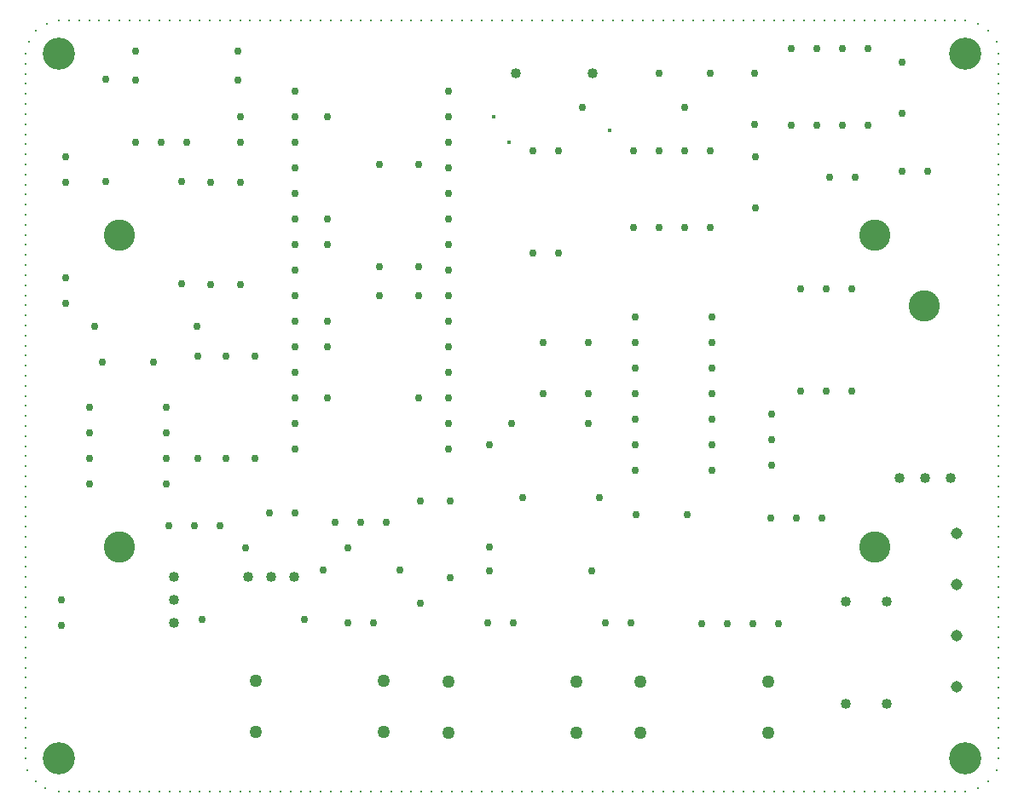
<source format=gbr>
G04 PROTEUS GERBER X2 FILE*
%TF.GenerationSoftware,Labcenter,Proteus,8.15-SP1-Build34318*%
%TF.CreationDate,2024-05-31T17:08:22+00:00*%
%TF.FileFunction,Plated,1,2,PTH*%
%TF.FilePolarity,Positive*%
%TF.Part,Single*%
%TF.SameCoordinates,{d94dc138-55aa-45cc-9808-558e63c1a8c6}*%
%FSLAX45Y45*%
%MOMM*%
G01*
%TA.AperFunction,ViaDrill*%
%ADD50C,0.381000*%
%TA.AperFunction,ComponentDrill*%
%ADD51C,0.762000*%
%TA.AperFunction,ComponentDrill*%
%ADD52C,1.270000*%
%ADD53C,1.143000*%
%TA.AperFunction,ComponentDrill*%
%ADD54C,1.016000*%
%TA.AperFunction,ViaDrill*%
%ADD55C,3.100000*%
%TA.AperFunction,OtherDrill,Unknown*%
%ADD56C,3.200000*%
%ADD57C,3.100000*%
%ADD58C,0.254000*%
%TD.AperFunction*%
D50*
X+5469280Y-759460D03*
X+4469610Y-882387D03*
X+4313580Y-622300D03*
D51*
X+2341090Y-369307D03*
X+2341090Y-623307D03*
X+2341090Y-877307D03*
X+2341090Y-1131307D03*
X+2341090Y-1385307D03*
X+2341090Y-1639307D03*
X+2341090Y-1893307D03*
X+2341090Y-2147307D03*
X+2341090Y-2401307D03*
X+2341090Y-2655307D03*
X+2341090Y-2909307D03*
X+2341090Y-3163307D03*
X+2341090Y-3417307D03*
X+2341090Y-3671307D03*
X+2341090Y-3925307D03*
X+3865090Y-3925307D03*
X+3865090Y-3671307D03*
X+3865090Y-3417307D03*
X+3865090Y-3163307D03*
X+3865090Y-2909307D03*
X+3865090Y-2655307D03*
X+3865090Y-2401307D03*
X+3865090Y-2147307D03*
X+3865090Y-1893307D03*
X+3865090Y-1639307D03*
X+3865090Y-1385307D03*
X+3865090Y-1131307D03*
X+3865090Y-877307D03*
X+3865090Y-623307D03*
X+3865090Y-369307D03*
D52*
X+1956980Y-6742866D03*
X+1956980Y-6234866D03*
X+3226980Y-6742866D03*
X+3226980Y-6234866D03*
X+3867060Y-6744163D03*
X+3867060Y-6236163D03*
X+5137060Y-6744163D03*
X+5137060Y-6236163D03*
X+5777140Y-6744163D03*
X+5777140Y-6236163D03*
X+7047140Y-6744163D03*
X+7047140Y-6236163D03*
D51*
X+2873000Y-5656543D03*
X+3127000Y-5656543D03*
X+4257300Y-5656543D03*
X+4511300Y-5656543D03*
X+5423160Y-5659083D03*
X+5677160Y-5659083D03*
X+2627360Y-5133680D03*
X+3389360Y-5133680D03*
X+3884320Y-4442460D03*
X+3884320Y-5204460D03*
X+4276016Y-4905959D03*
X+4276016Y-3889959D03*
X+3589940Y-4448623D03*
X+3589940Y-5464623D03*
X+4275857Y-5137680D03*
X+5291857Y-5137680D03*
X+1802610Y-877767D03*
X+1802610Y-623767D03*
X+1802610Y-1276547D03*
X+1802610Y-2292547D03*
X+1217660Y-2288880D03*
X+1217660Y-1272880D03*
X+468360Y-257610D03*
X+468360Y-1273610D03*
X+67790Y-2483047D03*
X+67790Y-2229047D03*
X+66700Y-1275080D03*
X+66700Y-1021080D03*
X+6382129Y-5660136D03*
X+6636129Y-5660136D03*
X+6890129Y-5660136D03*
X+7144129Y-5660136D03*
X+5367680Y-4406900D03*
X+4605680Y-4406900D03*
X+4491380Y-3672840D03*
X+5253380Y-3672840D03*
X+2744000Y-4655680D03*
X+2998000Y-4655680D03*
X+3252000Y-4655680D03*
X+3182620Y-2402840D03*
X+2663709Y-3421260D03*
X+28200Y-5424203D03*
X+28200Y-5678203D03*
X+1601840Y-4692197D03*
X+1347840Y-4692197D03*
X+1093840Y-4692197D03*
X+2440280Y-5624920D03*
X+1424280Y-5624920D03*
X+3569700Y-2402840D03*
X+3569700Y-3418840D03*
X+1857120Y-4908337D03*
X+2873120Y-4908337D03*
X+3185160Y-2115820D03*
X+3185160Y-1099820D03*
X+3569237Y-1099820D03*
X+3569237Y-2115820D03*
X+7276210Y-709007D03*
X+7530210Y-709007D03*
X+7784210Y-709007D03*
X+8038210Y-709007D03*
X+8038210Y+52993D03*
X+7784210Y+52993D03*
X+7530210Y+52993D03*
X+7276210Y+52993D03*
X+6910750Y-702007D03*
X+6910750Y-194007D03*
X+8624150Y-1166940D03*
X+8370150Y-1166940D03*
X+7655676Y-1223827D03*
X+7909676Y-1223827D03*
X+8370150Y-86753D03*
X+8370150Y-594753D03*
D53*
X+8917800Y-4767360D03*
X+8917800Y-5275360D03*
X+8917800Y-5783360D03*
X+8917800Y-6291360D03*
D54*
X+8220000Y-6460000D03*
X+8220000Y-5444000D03*
X+7810000Y-5444000D03*
X+7810000Y-6460000D03*
X+8344870Y-4215307D03*
X+8598870Y-4215307D03*
X+8852870Y-4215307D03*
D55*
X+8594870Y-2505307D03*
D51*
X+7579750Y-4612373D03*
X+7325750Y-4612373D03*
X+7071750Y-4612373D03*
X+7620810Y-3349307D03*
X+7620810Y-2333307D03*
X+7874810Y-3349307D03*
X+7874810Y-2333307D03*
X+7076270Y-4086427D03*
X+7076270Y-3832427D03*
X+7076270Y-3578427D03*
X+7366810Y-2333307D03*
X+7366810Y-3349307D03*
X+6483310Y-4140447D03*
X+6483310Y-3886447D03*
X+6483310Y-3632447D03*
X+6483310Y-3378447D03*
X+6483310Y-3124447D03*
X+6483310Y-2870447D03*
X+6483310Y-2616447D03*
X+5721310Y-2616447D03*
X+5721310Y-2870447D03*
X+5721310Y-3124447D03*
X+5721310Y-3378447D03*
X+5721310Y-3632447D03*
X+5721310Y-3886447D03*
X+5721310Y-4140447D03*
X+5709890Y-1730227D03*
X+5963890Y-1730227D03*
X+6217890Y-1730227D03*
X+6471890Y-1730227D03*
X+6471890Y-968227D03*
X+6217890Y-968227D03*
X+5963890Y-968227D03*
X+5709890Y-968227D03*
X+301990Y-3512047D03*
X+301990Y-3766047D03*
X+301990Y-4020047D03*
X+301990Y-4274047D03*
X+1063990Y-4274047D03*
X+1063990Y-4020047D03*
X+1063990Y-3766047D03*
X+1063990Y-3512047D03*
X+6913850Y-1529567D03*
X+6913850Y-1021567D03*
X+6470953Y-195410D03*
X+5962953Y-195410D03*
X+6236930Y-4577327D03*
X+5728930Y-4577327D03*
X+428990Y-3067547D03*
X+936990Y-3067547D03*
X+4963410Y-1981187D03*
X+4963410Y-965187D03*
X+4706590Y-968227D03*
X+4706590Y-1984227D03*
X+5201890Y-536427D03*
X+6217890Y-536427D03*
X+1374110Y-2705587D03*
X+358110Y-2705587D03*
X+1375370Y-3005067D03*
X+1375370Y-4021067D03*
X+1662150Y-3006347D03*
X+1662150Y-4022347D03*
X+1946630Y-3003807D03*
X+1946630Y-4019807D03*
X+5259030Y-3378447D03*
X+5259030Y-2870447D03*
X+4804370Y-3378447D03*
X+4804370Y-2870447D03*
D56*
X+0Y-7000000D03*
X+0Y+0D03*
X+9000000Y+0D03*
X+9000000Y-7000000D03*
D57*
X+600000Y-4900000D03*
X+600000Y-1800000D03*
X+8100000Y-4900000D03*
X+8100000Y-1800000D03*
D58*
X+600000Y+330000D03*
X+700000Y+330000D03*
X+800000Y+330000D03*
X+900000Y+330000D03*
X+1000000Y+330000D03*
X+1100000Y+330000D03*
X+1200000Y+330000D03*
X+1300000Y+330000D03*
X+1400000Y+330000D03*
X+1500000Y+330000D03*
X+1600000Y+330000D03*
X+1700000Y+330000D03*
X+1800000Y+330000D03*
X+1900000Y+330000D03*
X+2000000Y+330000D03*
X+2100000Y+330000D03*
X+2200000Y+330000D03*
X+2300000Y+330000D03*
X+2400000Y+330000D03*
X+2500000Y+330000D03*
X+2600000Y+330000D03*
X+2700000Y+330000D03*
X+2800000Y+330000D03*
X+2900000Y+330000D03*
X+3000000Y+330000D03*
X+3100000Y+330000D03*
X+3200000Y+330000D03*
X+3300000Y+330000D03*
X+3400000Y+330000D03*
X+3500000Y+330000D03*
X+3600000Y+330000D03*
X+3700000Y+330000D03*
X+3800000Y+330000D03*
X+3900000Y+330000D03*
X+4000000Y+330000D03*
X+4100000Y+330000D03*
X+4200000Y+330000D03*
X+4300000Y+330000D03*
X+4400000Y+330000D03*
X+4500000Y+330000D03*
X+4600000Y+330000D03*
X+4700000Y+330000D03*
X+4800000Y+330000D03*
X+4900000Y+330000D03*
X+5000000Y+330000D03*
X+5100000Y+330000D03*
X+5200000Y+330000D03*
X+5300000Y+330000D03*
X+5400000Y+330000D03*
X+5500000Y+330000D03*
X+5600000Y+330000D03*
X+5700000Y+330000D03*
X+5800000Y+330000D03*
X+5900000Y+330000D03*
X+6000000Y+330000D03*
X+6100000Y+330000D03*
X+6200000Y+330000D03*
X+6300000Y+330000D03*
X+6400000Y+330000D03*
X+6500000Y+330000D03*
X+6600000Y+330000D03*
X+6700000Y+330000D03*
X+6800000Y+330000D03*
X+6900000Y+330000D03*
X+7000000Y+330000D03*
X+7100000Y+330000D03*
X+7200000Y+330000D03*
X+7300000Y+330000D03*
X+7400000Y+330000D03*
X+7500000Y+330000D03*
X+7600000Y+330000D03*
X+7700000Y+330000D03*
X+7800000Y+330000D03*
X+7900000Y+330000D03*
X+8000000Y+330000D03*
X+8100000Y+330000D03*
X+8200000Y+330000D03*
X+8300000Y+330000D03*
X+8400000Y+330000D03*
X+8500000Y+330000D03*
X+8600000Y+330000D03*
X+8700000Y+330000D03*
X+8800000Y+330000D03*
X+8900000Y+330000D03*
X+9000000Y+330000D03*
X-330000Y+0D03*
X-330000Y-100000D03*
X-330000Y-200000D03*
X-330000Y-300000D03*
X-330000Y-400000D03*
X-330000Y-500000D03*
X-330000Y-600000D03*
X-330000Y-700000D03*
X-330000Y-800000D03*
X-330000Y-900000D03*
X-330000Y-1000000D03*
X-330000Y-1100000D03*
X-330000Y-1200000D03*
X-330000Y-1300000D03*
X-330000Y-1400000D03*
X-330000Y-1500000D03*
X-330000Y-1600000D03*
X-330000Y-1700000D03*
X-330000Y-1800000D03*
X-330000Y-1900000D03*
X-330000Y-2000000D03*
X-330000Y-2100000D03*
X-330000Y-2200000D03*
X-330000Y-2300000D03*
X-330000Y-2400000D03*
X-330000Y-2500000D03*
X-330000Y-2600000D03*
X-330000Y-2700000D03*
X-330000Y-2800000D03*
X-330000Y-2900000D03*
X-330000Y-3000000D03*
X-330000Y-3100000D03*
X-330000Y-3200000D03*
X-330000Y-3300000D03*
X-330000Y-3400000D03*
X-330000Y-3500000D03*
X-330000Y-3600000D03*
X-330000Y-3700000D03*
X-330000Y-3800000D03*
X-330000Y-3900000D03*
X-330000Y-4000000D03*
X-330000Y-4100000D03*
X-330000Y-4200000D03*
X-330000Y-4300000D03*
X-330000Y-4400000D03*
X-330000Y-4500000D03*
X-330000Y-4600000D03*
X-330000Y-4700000D03*
X-330000Y-4800000D03*
X-330000Y-4900000D03*
X-330000Y-5000000D03*
X-330000Y-5100000D03*
X-330000Y-5200000D03*
X-330000Y-5300000D03*
X-330000Y-5400000D03*
X-330000Y-5500000D03*
X-330000Y-5600000D03*
X-330000Y-5700000D03*
X-330000Y-5800000D03*
X-330000Y-5900000D03*
X-330000Y-6000000D03*
X-330000Y-6100000D03*
X-330000Y-7000000D03*
X+500000Y-7330000D03*
X+600000Y-7330000D03*
X+700000Y-7330000D03*
X+800000Y-7330000D03*
X+900000Y-7330000D03*
X+7300000Y-7330000D03*
X+7400000Y-7330000D03*
X+7500000Y-7330000D03*
X+7600000Y-7330000D03*
X+7700000Y-7330000D03*
X+7800000Y-7330000D03*
X+7900000Y-7330000D03*
X+8000000Y-7330000D03*
X+8100000Y-7330000D03*
X+8200000Y-7330000D03*
X+8300000Y-7330000D03*
X+8400000Y-7330000D03*
X+8500000Y-7330000D03*
X+8600000Y-7330000D03*
X+8700000Y-7330000D03*
X+8800000Y-7330000D03*
X+8900000Y-7330000D03*
X+9000000Y-7330000D03*
X+9330000Y-7000000D03*
X+9330000Y-6100000D03*
X+9330000Y-6000000D03*
X+9330000Y-5900000D03*
X+9330000Y-5800000D03*
X+9330000Y-5700000D03*
X+9330000Y-5600000D03*
X+9330000Y-5500000D03*
X+9330000Y-5400000D03*
X+9330000Y-5300000D03*
X+9330000Y-5200000D03*
X+9330000Y-5100000D03*
X+9330000Y-5000000D03*
X+9330000Y-4900000D03*
X+9330000Y-4800000D03*
X+9330000Y-4700000D03*
X+9330000Y-4600000D03*
X+9330000Y-4500000D03*
X+9330000Y-4400000D03*
X+9330000Y-4300000D03*
X+9330000Y-4200000D03*
X+9330000Y-4100000D03*
X+9330000Y-4000000D03*
X+9330000Y-3900000D03*
X+9330000Y-3800000D03*
X+9330000Y-3700000D03*
X+9330000Y-3600000D03*
X+9330000Y-3500000D03*
X+9330000Y-3400000D03*
X+9330000Y-3300000D03*
X+9330000Y-3200000D03*
X+9330000Y-3100000D03*
X+9330000Y-3000000D03*
X+9330000Y-2900000D03*
X+9330000Y-2800000D03*
X+9330000Y-2700000D03*
X+9330000Y-2600000D03*
X+9330000Y-2500000D03*
X+9330000Y-2400000D03*
X+9330000Y-2300000D03*
X+9330000Y-2200000D03*
X+9330000Y-2100000D03*
X+9330000Y-2000000D03*
X+9330000Y-1900000D03*
X+9330000Y-1800000D03*
X+9330000Y-1700000D03*
X+9330000Y-1600000D03*
X+9330000Y-1500000D03*
X+9330000Y-1400000D03*
X+9330000Y-1300000D03*
X+9330000Y-1200000D03*
X+9330000Y-1100000D03*
X+9330000Y-1000000D03*
X+9330000Y-900000D03*
X+9330000Y-800000D03*
X+9330000Y-700000D03*
X+9330000Y-600000D03*
X+9330000Y-500000D03*
X+9330000Y-400000D03*
X+9330000Y-300000D03*
X+9330000Y-200000D03*
X+9330000Y-100000D03*
X+9330000Y+0D03*
X-230000Y+230000D03*
X-120000Y+300000D03*
X-300000Y+120000D03*
X-230000Y-7230000D03*
X-310000Y-7120000D03*
X-140000Y-7300000D03*
X+9230000Y-7230000D03*
X+9310000Y-7120000D03*
X+9130000Y-7300000D03*
X+9230000Y+230000D03*
X+9130000Y+300000D03*
X+9310000Y+120000D03*
X+1000000Y-7330000D03*
X+1100000Y-7330000D03*
X+1200000Y-7330000D03*
X+1300000Y-7330000D03*
X+1400000Y-7330000D03*
X+1500000Y-7330000D03*
X+1600000Y-7330000D03*
X+1700000Y-7330000D03*
X+1800000Y-7330000D03*
X+1900000Y-7330000D03*
X+2000000Y-7330000D03*
X+2100000Y-7330000D03*
X+2200000Y-7330000D03*
X+2300000Y-7330000D03*
X+2400000Y-7330000D03*
X+2500000Y-7330000D03*
X+2600000Y-7330000D03*
X+2700000Y-7330000D03*
X+2800000Y-7330000D03*
X+2900000Y-7330000D03*
X+3000000Y-7330000D03*
X+3100000Y-7330000D03*
X+3200000Y-7330000D03*
X+3300000Y-7330000D03*
X+3400000Y-7330000D03*
X+3500000Y-7330000D03*
X+3600000Y-7330000D03*
X+3700000Y-7330000D03*
X+3800000Y-7330000D03*
X+3900000Y-7330000D03*
X+4000000Y-7330000D03*
X+4100000Y-7330000D03*
X+4200000Y-7330000D03*
X+4300000Y-7330000D03*
X+4400000Y-7330000D03*
X+4500000Y-7330000D03*
X+4600000Y-7330000D03*
X+4700000Y-7330000D03*
X+4800000Y-7330000D03*
X+4900000Y-7330000D03*
X+5000000Y-7330000D03*
X+5100000Y-7330000D03*
X+5200000Y-7330000D03*
X+5300000Y-7330000D03*
X+5400000Y-7330000D03*
X+5500000Y-7330000D03*
X+5600000Y-7330000D03*
X+5700000Y-7330000D03*
X+5800000Y-7330000D03*
X+5900000Y-7330000D03*
X+6000000Y-7330000D03*
X+6100000Y-7330000D03*
X+6200000Y-7330000D03*
X+6300000Y-7330000D03*
X+6400000Y-7330000D03*
X+6500000Y-7330000D03*
X+6600000Y-7330000D03*
X+6700000Y-7330000D03*
X+6800000Y-7330000D03*
X+6900000Y-7330000D03*
X+7000000Y-7330000D03*
X+7100000Y-7330000D03*
X+7200000Y-7330000D03*
X+7300000Y-7330000D03*
X+7400000Y-7330000D03*
X+7500000Y-7330000D03*
D54*
X+2333060Y-5194300D03*
X+2104460Y-5194300D03*
X+1875860Y-5194300D03*
X+1144000Y-5651840D03*
X+1144000Y-5423240D03*
X+1144000Y-5194640D03*
D51*
X+2668000Y-1638640D03*
X+2668000Y-622640D03*
D54*
X+5300000Y-191920D03*
X+4538000Y-191920D03*
D51*
X+760120Y-878840D03*
X+1014120Y-878840D03*
X+1268120Y-878840D03*
X+1776800Y-259080D03*
X+760800Y-259080D03*
X+1505430Y-2292550D03*
X+1505430Y-1276550D03*
X+757580Y+25400D03*
X+1773580Y+25400D03*
X+2340680Y-4561840D03*
X+2086680Y-4561840D03*
D58*
X+500000Y+330000D03*
X+400000Y+330000D03*
X+300000Y+330000D03*
X+200000Y+330000D03*
X+100000Y+330000D03*
X+0Y+330000D03*
X+400000Y-7330000D03*
X+300000Y-7330000D03*
X+200000Y-7330000D03*
X+100000Y-7330000D03*
X+0Y-7330000D03*
X+9330000Y-6200000D03*
X+9330000Y-6300000D03*
X+9330000Y-6400000D03*
X+9330000Y-6500000D03*
X+9330000Y-6600000D03*
X+9330000Y-6700000D03*
X+9330000Y-6800000D03*
X+9330000Y-6900000D03*
X-330000Y-6200000D03*
X-330000Y-6300000D03*
X-330000Y-6400000D03*
X-330000Y-6500000D03*
X-330000Y-6600000D03*
X-330000Y-6700000D03*
X-330000Y-6800000D03*
X-330000Y-6900000D03*
D51*
X+2664460Y-1894840D03*
X+2664460Y-2654300D03*
X+2664460Y-2913380D03*
M02*

</source>
